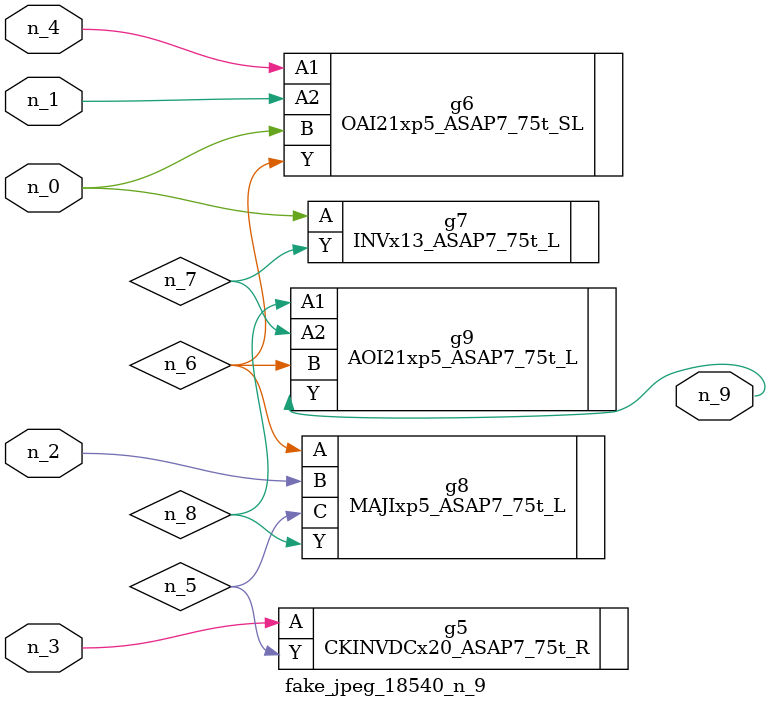
<source format=v>
module fake_jpeg_18540_n_9 (n_3, n_2, n_1, n_0, n_4, n_9);

input n_3;
input n_2;
input n_1;
input n_0;
input n_4;

output n_9;

wire n_8;
wire n_6;
wire n_5;
wire n_7;

CKINVDCx20_ASAP7_75t_R g5 ( 
.A(n_3),
.Y(n_5)
);

OAI21xp5_ASAP7_75t_SL g6 ( 
.A1(n_4),
.A2(n_1),
.B(n_0),
.Y(n_6)
);

INVx13_ASAP7_75t_L g7 ( 
.A(n_0),
.Y(n_7)
);

MAJIxp5_ASAP7_75t_L g8 ( 
.A(n_6),
.B(n_2),
.C(n_5),
.Y(n_8)
);

AOI21xp5_ASAP7_75t_L g9 ( 
.A1(n_8),
.A2(n_7),
.B(n_6),
.Y(n_9)
);


endmodule
</source>
